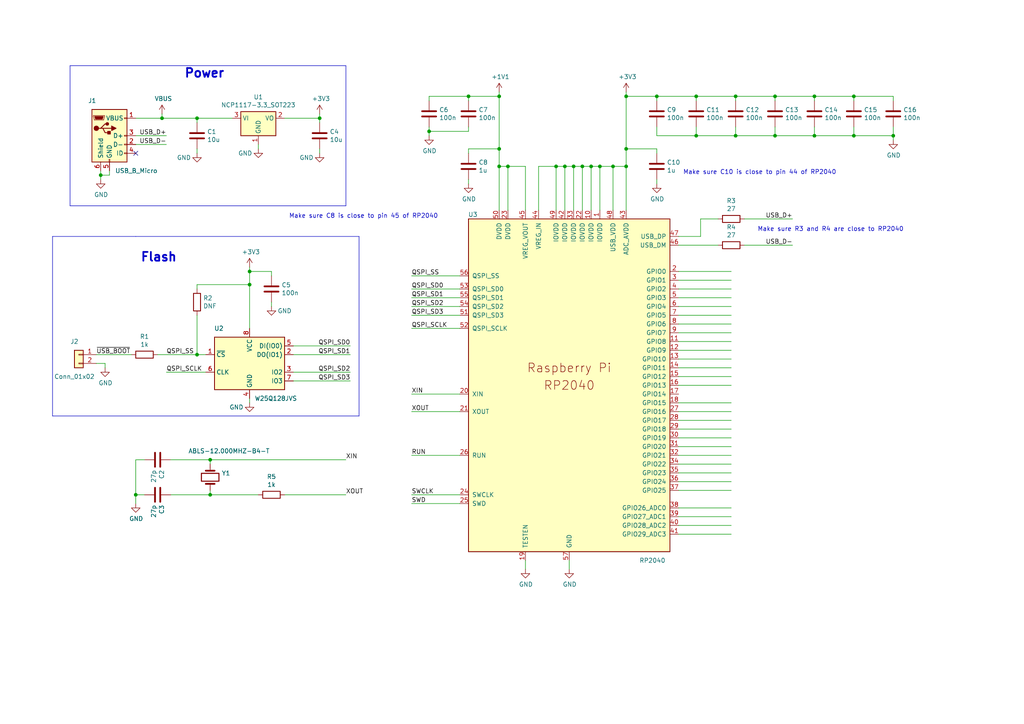
<source format=kicad_sch>
(kicad_sch (version 20230121) (generator eeschema)
  (paper "A4")
  (lib_symbols
    (symbol "Connector_Generic:Conn_01x02" (pin_names (offset 1.016) hide)
      (property "Reference" "J" (at 0 2.54 0))
      (property "Value" "Conn_01x02" (at 0 -5.08 0))
      (symbol "Conn_01x02_1_1"
        (rectangle (start -1.27 -2.413) (end 0 -2.667) (stroke (width 0.1524)))
        (rectangle (start -1.27 0.127) (end 0 -0.127) (stroke (width 0.1524)))
        (rectangle (start -1.27 1.27) (end 1.27 -3.81) (stroke (width 0.254)) (fill (type background)))
        (pin passive line (at -5.08 0 0) (length 3.81) (name "Pin_1") (number "1"))
        (pin passive line (at -5.08 -2.54 0) (length 3.81) (name "Pin_2") (number "2"))
      )
    )
    (symbol "Device:C" (pin_numbers hide) (pin_names (offset 0.254))
      (property "Reference" "C" (at 0.635 2.54 0))
      (property "Value" "C" (at 0.635 -2.54 0))
      (symbol "C_0_1"
        (polyline (pts (xy -2.032 -0.762) (xy 2.032 -0.762)) (stroke (width 0.508)))
        (polyline (pts (xy -2.032 0.762) (xy 2.032 0.762)) (stroke (width 0.508)))
      )
      (symbol "C_1_1"
        (pin passive line (at 0 3.81 270) (length 2.794) (name "~") (number "1"))
        (pin passive line (at 0 -3.81 90) (length 2.794) (name "~") (number "2"))
      )
    )
    (symbol "Device:Crystal" (pin_numbers hide) (pin_names (offset 1.016) hide)
      (property "Reference" "Y" (at 0 3.81 0))
      (property "Value" "Crystal" (at 0 -3.81 0))
      (symbol "Crystal_0_1"
        (rectangle (start -1.143 2.54) (end 1.143 -2.54) (stroke (width 0.3048)))
        (polyline (pts (xy -2.54 0) (xy -1.905 0)))
        (polyline (pts (xy -1.905 -1.27) (xy -1.905 1.27)) (stroke (width 0.508)))
        (polyline (pts (xy 1.905 -1.27) (xy 1.905 1.27)) (stroke (width 0.508)))
        (polyline (pts (xy 2.54 0) (xy 1.905 0)))
      )
      (symbol "Crystal_1_1"
        (pin passive line (at -3.81 0 0) (length 1.27) (name "1") (number "1"))
        (pin passive line (at 3.81 0 180) (length 1.27) (name "2") (number "2"))
      )
    )
    (symbol "Device:R" (pin_numbers hide) (pin_names (offset 0))
      (property "Reference" "R" (at 2.032 0 90))
      (property "Value" "R" (at 0 0 90))
      (symbol "R_0_1"
        (rectangle (start -1.016 -2.54) (end 1.016 2.54) (stroke (width 0.254)))
      )
      (symbol "R_1_1"
        (pin passive line (at 0 3.81 270) (length 1.27) (name "~") (number "1"))
        (pin passive line (at 0 -3.81 90) (length 1.27) (name "~") (number "2"))
      )
    )
    (symbol "MCU_RaspberryPi_RP2040:RP2040" (pin_names (offset 1.016))
      (property "Reference" "U" (at -29.21 49.53 0))
      (property "Value" "RP2040" (at 24.13 -49.53 0))
      (symbol "RP2040_0_0"
        (text "Raspberry Pi" (at 0 5.08 0) (effects (font (size 2.54 2.54))))
        (text "RP2040" (at 0 0 0) (effects (font (size 2.54 2.54))))
      )
      (symbol "RP2040_0_1"
        (rectangle (start 29.21 48.26) (end -29.21 -48.26) (stroke (width 0.254)) (fill (type background)))
      )
      (symbol "RP2040_1_1"
        (pin power_in line (at 8.89 50.8 270) (length 2.54) (name "IOVDD") (number "1"))
        (pin power_in line (at 6.35 50.8 270) (length 2.54) (name "IOVDD") (number "10"))
        (pin bidirectional line (at 31.75 12.7 180) (length 2.54) (name "GPIO8") (number "11"))
        (pin bidirectional line (at 31.75 10.16 180) (length 2.54) (name "GPIO9") (number "12"))
        (pin bidirectional line (at 31.75 7.62 180) (length 2.54) (name "GPIO10") (number "13"))
        (pin bidirectional line (at 31.75 5.08 180) (length 2.54) (name "GPIO11") (number "14"))
        (pin bidirectional line (at 31.75 2.54 180) (length 2.54) (name "GPIO12") (number "15"))
        (pin bidirectional line (at 31.75 0 180) (length 2.54) (name "GPIO13") (number "16"))
        (pin bidirectional line (at 31.75 -2.54 180) (length 2.54) (name "GPIO14") (number "17"))
        (pin bidirectional line (at 31.75 -5.08 180) (length 2.54) (name "GPIO15") (number "18"))
        (pin passive line (at -12.7 -50.8 90) (length 2.54) (name "TESTEN") (number "19"))
        (pin bidirectional line (at 31.75 33.02 180) (length 2.54) (name "GPIO0") (number "2"))
        (pin input line (at -31.75 -2.54 0) (length 2.54) (name "XIN") (number "20"))
        (pin passive line (at -31.75 -7.62 0) (length 2.54) (name "XOUT") (number "21"))
        (pin power_in line (at 3.81 50.8 270) (length 2.54) (name "IOVDD") (number "22"))
        (pin power_in line (at -17.78 50.8 270) (length 2.54) (name "DVDD") (number "23"))
        (pin output line (at -31.75 -31.75 0) (length 2.54) (name "SWCLK") (number "24"))
        (pin bidirectional line (at -31.75 -34.29 0) (length 2.54) (name "SWD") (number "25"))
        (pin input line (at -31.75 -20.32 0) (length 2.54) (name "RUN") (number "26"))
        (pin bidirectional line (at 31.75 -7.62 180) (length 2.54) (name "GPIO16") (number "27"))
        (pin bidirectional line (at 31.75 -10.16 180) (length 2.54) (name "GPIO17") (number "28"))
        (pin bidirectional line (at 31.75 -12.7 180) (length 2.54) (name "GPIO18") (number "29"))
        (pin bidirectional line (at 31.75 30.48 180) (length 2.54) (name "GPIO1") (number "3"))
        (pin bidirectional line (at 31.75 -15.24 180) (length 2.54) (name "GPIO19") (number "30"))
        (pin bidirectional line (at 31.75 -17.78 180) (length 2.54) (name "GPIO20") (number "31"))
        (pin bidirectional line (at 31.75 -20.32 180) (length 2.54) (name "GPIO21") (number "32"))
        (pin power_in line (at 1.27 50.8 270) (length 2.54) (name "IOVDD") (number "33"))
        (pin bidirectional line (at 31.75 -22.86 180) (length 2.54) (name "GPIO22") (number "34"))
        (pin bidirectional line (at 31.75 -25.4 180) (length 2.54) (name "GPIO23") (number "35"))
        (pin bidirectional line (at 31.75 -27.94 180) (length 2.54) (name "GPIO24") (number "36"))
        (pin bidirectional line (at 31.75 -30.48 180) (length 2.54) (name "GPIO25") (number "37"))
        (pin bidirectional line (at 31.75 -35.56 180) (length 2.54) (name "GPIO26_ADC0") (number "38"))
        (pin bidirectional line (at 31.75 -38.1 180) (length 2.54) (name "GPIO27_ADC1") (number "39"))
        (pin bidirectional line (at 31.75 27.94 180) (length 2.54) (name "GPIO2") (number "4"))
        (pin bidirectional line (at 31.75 -40.64 180) (length 2.54) (name "GPIO28_ADC2") (number "40"))
        (pin bidirectional line (at 31.75 -43.18 180) (length 2.54) (name "GPIO29_ADC3") (number "41"))
        (pin power_in line (at -1.27 50.8 270) (length 2.54) (name "IOVDD") (number "42"))
        (pin power_in line (at 16.51 50.8 270) (length 2.54) (name "ADC_AVDD") (number "43"))
        (pin power_in line (at -8.89 50.8 270) (length 2.54) (name "VREG_IN") (number "44"))
        (pin power_out line (at -12.7 50.8 270) (length 2.54) (name "VREG_VOUT") (number "45"))
        (pin bidirectional line (at 31.75 40.64 180) (length 2.54) (name "USB_DM") (number "46"))
        (pin bidirectional line (at 31.75 43.18 180) (length 2.54) (name "USB_DP") (number "47"))
        (pin power_in line (at 12.7 50.8 270) (length 2.54) (name "USB_VDD") (number "48"))
        (pin power_in line (at -3.81 50.8 270) (length 2.54) (name "IOVDD") (number "49"))
        (pin bidirectional line (at 31.75 25.4 180) (length 2.54) (name "GPIO3") (number "5"))
        (pin power_in line (at -20.32 50.8 270) (length 2.54) (name "DVDD") (number "50"))
        (pin bidirectional line (at -31.75 20.32 0) (length 2.54) (name "QSPI_SD3") (number "51"))
        (pin output line (at -31.75 16.51 0) (length 2.54) (name "QSPI_SCLK") (number "52"))
        (pin bidirectional line (at -31.75 27.94 0) (length 2.54) (name "QSPI_SD0") (number "53"))
        (pin bidirectional line (at -31.75 22.86 0) (length 2.54) (name "QSPI_SD2") (number "54"))
        (pin bidirectional line (at -31.75 25.4 0) (length 2.54) (name "QSPI_SD1") (number "55"))
        (pin bidirectional line (at -31.75 31.75 0) (length 2.54) (name "QSPI_SS") (number "56"))
        (pin power_in line (at 0 -50.8 90) (length 2.54) (name "GND") (number "57"))
        (pin bidirectional line (at 31.75 22.86 180) (length 2.54) (name "GPIO4") (number "6"))
        (pin bidirectional line (at 31.75 20.32 180) (length 2.54) (name "GPIO5") (number "7"))
        (pin bidirectional line (at 31.75 17.78 180) (length 2.54) (name "GPIO6") (number "8"))
        (pin bidirectional line (at 31.75 15.24 180) (length 2.54) (name "GPIO7") (number "9"))
      )
    )
    (symbol "RP2040_minimal-rescue:USB_B_Micro-Connector" (pin_names (offset 1.016))
      (property "Reference" "J" (at -5.08 11.43 0))
      (property "Value" "Connector_USB_B_Micro" (at -5.08 8.89 0))
      (symbol "USB_B_Micro-Connector_0_1"
        (rectangle (start -5.08 -7.62) (end 5.08 7.62) (stroke (width 0.254)) (fill (type background)))
        (circle (center -3.81 2.159) (radius 0.635) (stroke (width 0.254)) (fill (type outline)))
        (circle (center -0.635 3.429) (radius 0.381) (stroke (width 0.254)) (fill (type outline)))
        (rectangle (start -0.127 -7.62) (end 0.127 -6.858))
        (polyline (pts (xy -1.905 2.159) (xy 0.635 2.159)) (stroke (width 0.254)))
        (polyline (pts (xy -3.175 2.159) (xy -2.54 2.159) (xy -1.27 3.429) (xy -0.635 3.429)) (stroke (width 0.254)))
        (polyline (pts (xy -2.54 2.159) (xy -1.905 2.159) (xy -1.27 0.889) (xy 0 0.889)) (stroke (width 0.254)))
        (polyline (pts (xy 0.635 2.794) (xy 0.635 1.524) (xy 1.905 2.159) (xy 0.635 2.794)) (stroke (width 0.254)) (fill (type outline)))
        (polyline (pts (xy -4.318 5.588) (xy -1.778 5.588) (xy -2.032 4.826) (xy -4.064 4.826) (xy -4.318 5.588)) (fill (type outline)))
        (polyline (pts (xy -4.699 5.842) (xy -4.699 5.588) (xy -4.445 4.826) (xy -4.445 4.572) (xy -1.651 4.572) (xy -1.651 4.826) (xy -1.397 5.588) (xy -1.397 5.842) (xy -4.699 5.842)))
        (rectangle (start 0.254 1.27) (end -0.508 0.508) (stroke (width 0.254)) (fill (type outline)))
        (rectangle (start 5.08 -5.207) (end 4.318 -4.953))
        (rectangle (start 5.08 -2.667) (end 4.318 -2.413))
        (rectangle (start 5.08 -0.127) (end 4.318 0.127))
        (rectangle (start 5.08 4.953) (end 4.318 5.207))
      )
      (symbol "USB_B_Micro-Connector_1_1"
        (pin power_out line (at 7.62 5.08 180) (length 2.54) (name "VBUS") (number "1"))
        (pin passive line (at 7.62 -2.54 180) (length 2.54) (name "D-") (number "2"))
        (pin passive line (at 7.62 0 180) (length 2.54) (name "D+") (number "3"))
        (pin passive line (at 7.62 -5.08 180) (length 2.54) (name "ID") (number "4"))
        (pin power_out line (at 0 -10.16 90) (length 2.54) (name "GND") (number "5"))
        (pin passive line (at -2.54 -10.16 90) (length 2.54) (name "Shield") (number "6"))
      )
    )
    (symbol "RP2040_minimal-rescue:W25Q128JVS-Memory_Flash"
      (property "Reference" "U" (at -8.89 8.89 0))
      (property "Value" "Memory_Flash_W25Q128JVS" (at 7.62 8.89 0))
      (symbol "W25Q128JVS-Memory_Flash_0_1"
        (rectangle (start -10.16 7.62) (end 10.16 -7.62) (stroke (width 0.254)) (fill (type background)))
      )
      (symbol "W25Q128JVS-Memory_Flash_1_1"
        (pin input line (at -12.7 2.54 0) (length 2.54) (name "~{CS}") (number "1"))
        (pin bidirectional line (at 12.7 2.54 180) (length 2.54) (name "DO(IO1)") (number "2"))
        (pin bidirectional line (at 12.7 -2.54 180) (length 2.54) (name "IO2") (number "3"))
        (pin power_in line (at 0 -10.16 90) (length 2.54) (name "GND") (number "4"))
        (pin bidirectional line (at 12.7 5.08 180) (length 2.54) (name "DI(IO0)") (number "5"))
        (pin input line (at -12.7 -2.54 0) (length 2.54) (name "CLK") (number "6"))
        (pin bidirectional line (at 12.7 -5.08 180) (length 2.54) (name "IO3") (number "7"))
        (pin power_in line (at 0 10.16 270) (length 2.54) (name "VCC") (number "8"))
      )
    )
    (symbol "Regulator_Linear:NCP1117-3.3_SOT223"
      (property "Reference" "U" (at -3.81 3.175 0))
      (property "Value" "NCP1117-3.3_SOT223" (at 0 3.175 0))
      (symbol "NCP1117-3.3_SOT223_0_1"
        (rectangle (start -5.08 -5.08) (end 5.08 1.905) (stroke (width 0.254)) (fill (type background)))
      )
      (symbol "NCP1117-3.3_SOT223_1_1"
        (pin power_in line (at 0 -7.62 90) (length 2.54) (name "GND") (number "1"))
        (pin power_out line (at 7.62 0 180) (length 2.54) (name "VO") (number "2"))
        (pin power_in line (at -7.62 0 0) (length 2.54) (name "VI") (number "3"))
      )
    )
    (symbol "power:+1V1" (power) (pin_names (offset 0))
      (property "Value" "+1V1" (at 0 3.556 0))
      (symbol "+1V1_0_1"
        (polyline (pts (xy -0.762 1.27) (xy 0 2.54)))
        (polyline (pts (xy 0 0) (xy 0 2.54)))
        (polyline (pts (xy 0 2.54) (xy 0.762 1.27)))
      )
      (symbol "+1V1_1_1"
        (pin power_in line (at 0 0 90) (length 0) hide (name "+1V1") (number "1"))
      )
    )
    (symbol "power:+3V3" (power) (pin_names (offset 0))
      (property "Value" "+3V3" (at 0 3.556 0))
      (symbol "+3V3_0_1"
        (polyline (pts (xy -0.762 1.27) (xy 0 2.54)))
        (polyline (pts (xy 0 0) (xy 0 2.54)))
        (polyline (pts (xy 0 2.54) (xy 0.762 1.27)))
      )
      (symbol "+3V3_1_1"
        (pin power_in line (at 0 0 90) (length 0) hide (name "+3V3") (number "1"))
      )
    )
    (symbol "power:GND" (power) (pin_names (offset 0))
      (property "Value" "GND" (at 0 -3.81 0))
      (symbol "GND_0_1"
        (polyline (pts (xy 0 0) (xy 0 -1.27) (xy 1.27 -1.27) (xy 0 -2.54) (xy -1.27 -1.27) (xy 0 -1.27)))
      )
      (symbol "GND_1_1"
        (pin power_in line (at 0 0 270) (length 0) hide (name "GND") (number "1"))
      )
    )
    (symbol "power:VBUS" (power) (pin_names (offset 0))
      (property "Value" "VBUS" (at 0 3.81 0))
      (symbol "VBUS_0_1"
        (polyline (pts (xy -0.762 1.27) (xy 0 2.54)))
        (polyline (pts (xy 0 0) (xy 0 2.54)))
        (polyline (pts (xy 0 2.54) (xy 0.762 1.27)))
      )
      (symbol "VBUS_1_1"
        (pin power_in line (at 0 0 90) (length 0) hide (name "VBUS") (number "1"))
      )
    )
  )
  (junction (at 144.78 43.18))
  (junction (at 213.36 39.37))
  (junction (at 224.79 27.94))
  (junction (at 72.39 82.55))
  (junction (at 161.29 48.26))
  (junction (at 46.99 34.29))
  (junction (at 201.93 39.37))
  (junction (at 177.8 48.26))
  (junction (at 236.22 39.37))
  (junction (at 236.22 27.94))
  (junction (at 224.79 39.37))
  (junction (at 190.5 27.94))
  (junction (at 60.96 143.51))
  (junction (at 213.36 27.94))
  (junction (at 168.91 48.26))
  (junction (at 181.61 43.18))
  (junction (at 247.65 27.94))
  (junction (at 72.39 78.74))
  (junction (at 57.15 34.29))
  (junction (at 135.89 27.94))
  (junction (at 144.78 48.26))
  (junction (at 259.08 39.37))
  (junction (at 181.61 27.94))
  (junction (at 147.32 48.26))
  (junction (at 60.96 133.35))
  (junction (at 173.99 48.26))
  (junction (at 247.65 39.37))
  (junction (at 144.78 27.94))
  (junction (at 92.71 34.29))
  (junction (at 201.93 27.94))
  (junction (at 171.45 48.26))
  (junction (at 57.15 102.87))
  (junction (at 39.37 143.51))
  (junction (at 166.37 48.26))
  (junction (at 163.83 48.26))
  (junction (at 181.61 48.26))
  (junction (at 29.21 50.8))
  (junction (at 124.46 38.1))
  (no_connect (at 39.37 44.45))
  (wire (pts (xy 163.83 48.26) (xy 166.37 48.26)))
  (wire (pts (xy 49.53 133.35) (xy 60.96 133.35)))
  (wire (pts (xy 152.4 162.56) (xy 152.4 165.1)))
  (wire (pts (xy 213.36 39.37) (xy 201.93 39.37)))
  (wire (pts (xy 196.85 88.9) (xy 212.09 88.9)))
  (wire (pts (xy 196.85 124.46) (xy 212.09 124.46)))
  (wire (pts (xy 196.85 111.76) (xy 212.09 111.76)))
  (wire (pts (xy 124.46 38.1) (xy 124.46 39.37)))
  (wire (pts (xy 119.38 88.9) (xy 133.35 88.9)))
  (wire (pts (xy 213.36 29.21) (xy 213.36 27.94)))
  (wire (pts (xy 236.22 27.94) (xy 247.65 27.94)))
  (wire (pts (xy 196.85 119.38) (xy 212.09 119.38)))
  (wire (pts (xy 60.96 133.35) (xy 100.33 133.35)))
  (wire (pts (xy 196.85 147.32) (xy 212.09 147.32)))
  (wire (pts (xy 124.46 27.94) (xy 135.89 27.94)))
  (wire (pts (xy 135.89 44.45) (xy 135.89 43.18)))
  (wire (pts (xy 259.08 39.37) (xy 259.08 40.64)))
  (wire (pts (xy 181.61 27.94) (xy 190.5 27.94)))
  (wire (pts (xy 49.53 143.51) (xy 60.96 143.51)))
  (wire (pts (xy 196.85 78.74) (xy 212.09 78.74)))
  (wire (pts (xy 181.61 26.67) (xy 181.61 27.94)))
  (wire (pts (xy 247.65 29.21) (xy 247.65 27.94)))
  (wire (pts (xy 85.09 100.33) (xy 101.6 100.33)))
  (wire (pts (xy 196.85 104.14) (xy 212.09 104.14)))
  (wire (pts (xy 247.65 39.37) (xy 259.08 39.37)))
  (wire (pts (xy 147.32 60.96) (xy 147.32 48.26)))
  (polyline (pts (xy 15.24 68.58) (xy 39.37 68.58)))
  (wire (pts (xy 147.32 48.26) (xy 144.78 48.26)))
  (wire (pts (xy 196.85 127) (xy 212.09 127)))
  (wire (pts (xy 85.09 102.87) (xy 101.6 102.87)))
  (wire (pts (xy 144.78 43.18) (xy 144.78 48.26)))
  (wire (pts (xy 171.45 48.26) (xy 173.99 48.26)))
  (wire (pts (xy 31.75 50.8) (xy 29.21 50.8)))
  (wire (pts (xy 224.79 36.83) (xy 224.79 39.37)))
  (wire (pts (xy 144.78 26.67) (xy 144.78 27.94)))
  (wire (pts (xy 196.85 106.68) (xy 212.09 106.68)))
  (wire (pts (xy 196.85 83.82) (xy 212.09 83.82)))
  (wire (pts (xy 135.89 52.07) (xy 135.89 53.34)))
  (wire (pts (xy 74.93 41.91) (xy 74.93 43.18)))
  (wire (pts (xy 196.85 129.54) (xy 212.09 129.54)))
  (wire (pts (xy 201.93 36.83) (xy 201.93 39.37)))
  (wire (pts (xy 173.99 48.26) (xy 173.99 60.96)))
  (wire (pts (xy 92.71 35.56) (xy 92.71 34.29)))
  (polyline (pts (xy 100.33 19.05) (xy 100.33 59.69)))
  (wire (pts (xy 119.38 83.82) (xy 133.35 83.82)))
  (wire (pts (xy 152.4 60.96) (xy 152.4 48.26)))
  (wire (pts (xy 29.21 49.53) (xy 29.21 50.8)))
  (wire (pts (xy 190.5 44.45) (xy 190.5 43.18)))
  (wire (pts (xy 156.21 60.96) (xy 156.21 48.26)))
  (wire (pts (xy 57.15 83.82) (xy 57.15 82.55)))
  (wire (pts (xy 196.85 149.86) (xy 212.09 149.86)))
  (wire (pts (xy 57.15 82.55) (xy 72.39 82.55)))
  (wire (pts (xy 133.35 80.01) (xy 119.38 80.01)))
  (wire (pts (xy 177.8 48.26) (xy 181.61 48.26)))
  (wire (pts (xy 181.61 27.94) (xy 181.61 43.18)))
  (wire (pts (xy 39.37 39.37) (xy 48.26 39.37)))
  (wire (pts (xy 133.35 132.08) (xy 119.38 132.08)))
  (wire (pts (xy 82.55 143.51) (xy 100.33 143.51)))
  (wire (pts (xy 60.96 134.62) (xy 60.96 133.35)))
  (wire (pts (xy 57.15 102.87) (xy 59.69 102.87)))
  (wire (pts (xy 224.79 39.37) (xy 213.36 39.37)))
  (wire (pts (xy 41.91 133.35) (xy 39.37 133.35)))
  (wire (pts (xy 181.61 48.26) (xy 181.61 60.96)))
  (wire (pts (xy 190.5 36.83) (xy 190.5 39.37)))
  (wire (pts (xy 72.39 82.55) (xy 72.39 95.25)))
  (wire (pts (xy 196.85 134.62) (xy 212.09 134.62)))
  (wire (pts (xy 181.61 43.18) (xy 181.61 48.26)))
  (wire (pts (xy 190.5 27.94) (xy 201.93 27.94)))
  (wire (pts (xy 177.8 60.96) (xy 177.8 48.26)))
  (wire (pts (xy 82.55 34.29) (xy 92.71 34.29)))
  (wire (pts (xy 133.35 143.51) (xy 119.38 143.51)))
  (wire (pts (xy 224.79 29.21) (xy 224.79 27.94)))
  (wire (pts (xy 247.65 39.37) (xy 236.22 39.37)))
  (wire (pts (xy 30.48 105.41) (xy 27.94 105.41)))
  (wire (pts (xy 119.38 119.38) (xy 133.35 119.38)))
  (wire (pts (xy 196.85 99.06) (xy 212.09 99.06)))
  (wire (pts (xy 85.09 110.49) (xy 101.6 110.49)))
  (polyline (pts (xy 20.32 19.05) (xy 20.32 59.69)))
  (wire (pts (xy 38.1 102.87) (xy 27.94 102.87)))
  (wire (pts (xy 247.65 27.94) (xy 259.08 27.94)))
  (wire (pts (xy 152.4 48.26) (xy 147.32 48.26)))
  (wire (pts (xy 224.79 27.94) (xy 236.22 27.94)))
  (wire (pts (xy 196.85 132.08) (xy 212.09 132.08)))
  (wire (pts (xy 60.96 143.51) (xy 74.93 143.51)))
  (polyline (pts (xy 39.37 68.58) (xy 104.14 68.58)))
  (wire (pts (xy 168.91 48.26) (xy 171.45 48.26)))
  (wire (pts (xy 171.45 60.96) (xy 171.45 48.26)))
  (wire (pts (xy 135.89 27.94) (xy 144.78 27.94)))
  (wire (pts (xy 215.9 71.12) (xy 229.87 71.12)))
  (wire (pts (xy 201.93 29.21) (xy 201.93 27.94)))
  (wire (pts (xy 72.39 115.57) (xy 72.39 116.84)))
  (wire (pts (xy 29.21 50.8) (xy 29.21 52.07)))
  (wire (pts (xy 124.46 29.21) (xy 124.46 27.94)))
  (wire (pts (xy 259.08 29.21) (xy 259.08 27.94)))
  (wire (pts (xy 124.46 38.1) (xy 135.89 38.1)))
  (wire (pts (xy 236.22 39.37) (xy 224.79 39.37)))
  (wire (pts (xy 215.9 63.5) (xy 229.87 63.5)))
  (wire (pts (xy 78.74 87.63) (xy 78.74 88.9)))
  (wire (pts (xy 41.91 143.51) (xy 39.37 143.51)))
  (wire (pts (xy 48.26 107.95) (xy 59.69 107.95)))
  (wire (pts (xy 135.89 38.1) (xy 135.89 36.83)))
  (wire (pts (xy 196.85 93.98) (xy 212.09 93.98)))
  (wire (pts (xy 163.83 60.96) (xy 163.83 48.26)))
  (wire (pts (xy 203.2 63.5) (xy 208.28 63.5)))
  (wire (pts (xy 166.37 60.96) (xy 166.37 48.26)))
  (wire (pts (xy 119.38 91.44) (xy 133.35 91.44)))
  (wire (pts (xy 196.85 154.94) (xy 212.09 154.94)))
  (polyline (pts (xy 100.33 59.69) (xy 20.32 59.69)))
  (wire (pts (xy 168.91 60.96) (xy 168.91 48.26)))
  (wire (pts (xy 119.38 86.36) (xy 133.35 86.36)))
  (wire (pts (xy 213.36 36.83) (xy 213.36 39.37)))
  (wire (pts (xy 190.5 52.07) (xy 190.5 53.34)))
  (wire (pts (xy 201.93 39.37) (xy 190.5 39.37)))
  (wire (pts (xy 161.29 60.96) (xy 161.29 48.26)))
  (wire (pts (xy 196.85 91.44) (xy 212.09 91.44)))
  (wire (pts (xy 46.99 34.29) (xy 57.15 34.29)))
  (wire (pts (xy 124.46 36.83) (xy 124.46 38.1)))
  (wire (pts (xy 135.89 29.21) (xy 135.89 27.94)))
  (wire (pts (xy 196.85 68.58) (xy 203.2 68.58)))
  (wire (pts (xy 247.65 36.83) (xy 247.65 39.37)))
  (wire (pts (xy 39.37 41.91) (xy 48.26 41.91)))
  (wire (pts (xy 135.89 43.18) (xy 144.78 43.18)))
  (wire (pts (xy 161.29 48.26) (xy 163.83 48.26)))
  (polyline (pts (xy 104.14 68.58) (xy 104.14 120.65)))
  (wire (pts (xy 46.99 33.02) (xy 46.99 34.29)))
  (wire (pts (xy 165.1 162.56) (xy 165.1 165.1)))
  (wire (pts (xy 196.85 86.36) (xy 212.09 86.36)))
  (wire (pts (xy 196.85 81.28) (xy 212.09 81.28)))
  (wire (pts (xy 78.74 80.01) (xy 78.74 78.74)))
  (wire (pts (xy 92.71 34.29) (xy 92.71 33.02)))
  (wire (pts (xy 57.15 35.56) (xy 57.15 34.29)))
  (polyline (pts (xy 104.14 120.65) (xy 15.24 120.65)))
  (wire (pts (xy 236.22 36.83) (xy 236.22 39.37)))
  (wire (pts (xy 173.99 48.26) (xy 177.8 48.26)))
  (wire (pts (xy 156.21 48.26) (xy 161.29 48.26)))
  (wire (pts (xy 39.37 143.51) (xy 39.37 146.05)))
  (wire (pts (xy 67.31 34.29) (xy 57.15 34.29)))
  (wire (pts (xy 196.85 139.7) (xy 212.09 139.7)))
  (wire (pts (xy 39.37 34.29) (xy 46.99 34.29)))
  (wire (pts (xy 181.61 43.18) (xy 190.5 43.18)))
  (wire (pts (xy 196.85 152.4) (xy 212.09 152.4)))
  (wire (pts (xy 57.15 91.44) (xy 57.15 102.87)))
  (wire (pts (xy 190.5 29.21) (xy 190.5 27.94)))
  (wire (pts (xy 57.15 43.18) (xy 57.15 44.45)))
  (wire (pts (xy 236.22 29.21) (xy 236.22 27.94)))
  (wire (pts (xy 166.37 48.26) (xy 168.91 48.26)))
  (wire (pts (xy 60.96 142.24) (xy 60.96 143.51)))
  (wire (pts (xy 72.39 77.47) (xy 72.39 78.74)))
  (wire (pts (xy 39.37 133.35) (xy 39.37 143.51)))
  (wire (pts (xy 196.85 101.6) (xy 212.09 101.6)))
  (wire (pts (xy 92.71 43.18) (xy 92.71 44.45)))
  (wire (pts (xy 144.78 48.26) (xy 144.78 60.96)))
  (wire (pts (xy 30.48 105.41) (xy 30.48 106.68)))
  (wire (pts (xy 45.72 102.87) (xy 57.15 102.87)))
  (wire (pts (xy 144.78 27.94) (xy 144.78 43.18)))
  (wire (pts (xy 72.39 78.74) (xy 72.39 82.55)))
  (wire (pts (xy 31.75 49.53) (xy 31.75 50.8)))
  (wire (pts (xy 196.85 142.24) (xy 212.09 142.24)))
  (wire (pts (xy 196.85 71.12) (xy 208.28 71.12)))
  (polyline (pts (xy 20.32 19.05) (xy 100.33 19.05)))
  (wire (pts (xy 119.38 114.3) (xy 133.35 114.3)))
  (wire (pts (xy 196.85 116.84) (xy 212.09 116.84)))
  (wire (pts (xy 196.85 109.22) (xy 212.09 109.22)))
  (wire (pts (xy 196.85 121.92) (xy 212.09 121.92)))
  (wire (pts (xy 196.85 137.16) (xy 212.09 137.16)))
  (wire (pts (xy 133.35 95.25) (xy 119.38 95.25)))
  (wire (pts (xy 196.85 96.52) (xy 212.09 96.52)))
  (wire (pts (xy 203.2 63.5) (xy 203.2 68.58)))
  (wire (pts (xy 133.35 146.05) (xy 119.38 146.05)))
  (wire (pts (xy 259.08 36.83) (xy 259.08 39.37)))
  (polyline (pts (xy 15.24 120.65) (xy 15.24 68.58)))
  (wire (pts (xy 85.09 107.95) (xy 101.6 107.95)))
  (wire (pts (xy 201.93 27.94) (xy 213.36 27.94)))
  (wire (pts (xy 213.36 27.94) (xy 224.79 27.94)))
  (wire (pts (xy 78.74 78.74) (xy 72.39 78.74)))
  (text "Make sure C10 is close to pin 44 of RP2040" (at 198.12 50.8 0) (effects (font (size 1.27 1.27)) (justify left bottom)))
  (text "Flash" (at 40.64 76.2 0) (effects (font (size 2.54 2.54) (thickness 0.508) bold) (justify left bottom)))
  (text "Make sure C8 is close to pin 45 of RP2040" (at 83.82 63.5 0) (effects (font (size 1.27 1.27)) (justify left bottom)))
  (text "Make sure R3 and R4 are close to RP2040" (at 219.71 67.31 0) (effects (font (size 1.27 1.27)) (justify left bottom)))
  (text "Power" (at 53.34 22.86 0) (effects (font (size 2.54 2.54) (thickness 0.508) bold) (justify left bottom)))
  (label "XOUT" (at 100.33 143.51 0))
  (label "USB_D+" (at 229.87 63.5 180))
  (label "USB_D-" (at 229.87 71.12 180))
  (label "QSPI_SD3" (at 119.38 91.44 0))
  (label "XOUT" (at 119.38 119.38 0))
  (label "QSPI_SD2" (at 101.6 107.95 180))
  (label "QSPI_SD0" (at 101.6 100.33 180))
  (label "QSPI_SD1" (at 101.6 102.87 180))
  (label "USB_D+" (at 48.26 39.37 180))
  (label "QSPI_SD0" (at 119.38 83.82 0))
  (label "SWCLK" (at 119.38 143.51 0))
  (label "QSPI_SD3" (at 101.6 110.49 180))
  (label "QSPI_SS" (at 119.38 80.01 0))
  (label "SWD" (at 119.38 146.05 0))
  (label "QSPI_SCLK" (at 119.38 95.25 0))
  (label "QSPI_SD2" (at 119.38 88.9 0))
  (label "USB_D-" (at 48.26 41.91 180))
  (label "RUN" (at 119.38 132.08 0))
  (label "QSPI_SS" (at 48.26 102.87 0))
  (label "QSPI_SD1" (at 119.38 86.36 0))
  (label "QSPI_SCLK" (at 48.26 107.95 0))
  (label "~{USB_BOOT}" (at 27.94 102.87 0))
  (label "XIN" (at 119.38 114.3 0))
  (label "XIN" (at 100.33 133.35 0))
  (symbol (lib_id "power:GND") (at 72.39 116.84 0) (unit 1)
    (property "Reference" "#PWR08" (effects hide))
    (property "Value" "GND" (at 68.58 118.11 0))
    (instances (project "RP2040_minimal" (path "" (reference "#PWR08") (unit 1))) (project "electrium-esc-v2" (path "" (reference "#PWR023") (unit 1))))
  )
  (symbol (lib_id "Device:R") (at 57.15 87.63 0) (unit 1)
    (property "Reference" "R2" (at 58.928 86.4616 0) (effects (justify left)))
    (property "Value" "DNF" (at 58.928 88.773 0) (effects (justify left)))
    (property "Footprint" "Capacitor_SMD:C_0402_1005Metric" (effects hide))
    (instances (project "RP2040_minimal" (path "" (reference "R2") (unit 1))) (project "electrium-esc-v2" (path "" (reference "R6") (unit 1))))
  )
  (symbol (lib_id "power:GND") (at 124.46 39.37 0) (unit 1)
    (property "Reference" "#PWR012" (effects hide))
    (property "Value" "GND" (at 124.587 43.7642 0))
    (instances (project "RP2040_minimal" (path "" (reference "#PWR012") (unit 1))) (project "electrium-esc-v2" (path "" (reference "#PWR013") (unit 1))))
  )
  (symbol (lib_id "power:GND") (at 78.74 88.9 0) (unit 1)
    (property "Reference" "#PWR011" (effects hide))
    (property "Value" "GND" (at 82.55 90.17 0))
    (instances (project "RP2040_minimal" (path "" (reference "#PWR011") (unit 1))) (project "electrium-esc-v2" (path "" (reference "#PWR024") (unit 1))))
  )
  (symbol (lib_id "Device:R") (at 212.09 63.5 270) (unit 1)
    (property "Reference" "R3" (at 212.09 58.2422 90))
    (property "Value" "27" (at 212.09 60.5536 90))
    (property "Footprint" "Capacitor_SMD:C_0402_1005Metric" (effects hide))
  )
  (symbol (lib_id "Device:C") (at 224.79 33.02 0) (unit 1)
    (property "Reference" "C13" (at 227.711 31.8516 0) (effects (justify left)))
    (property "Value" "100n" (at 227.711 34.163 0) (effects (justify left)))
    (property "Footprint" "Capacitor_SMD:C_0402_1005Metric" (effects hide))
    (instances (project "RP2040_minimal" (path "" (reference "C13") (unit 1))) (project "electrium-esc-v2" (path "" (reference "C11") (unit 1))))
  )
  (symbol (lib_id "Device:C") (at 45.72 133.35 270) (unit 1)
    (property "Reference" "C2" (at 46.8884 136.271 0) (effects (justify left)))
    (property "Value" "27p" (at 44.577 136.271 0) (effects (justify left)))
    (property "Footprint" "Capacitor_SMD:C_0402_1005Metric" (effects hide))
    (instances (project "RP2040_minimal" (path "" (reference "C2") (unit 1))) (project "electrium-esc-v2" (path "" (reference "C16") (unit 1))))
  )
  (symbol (lib_id "power:GND") (at 152.4 165.1 0) (unit 1)
    (property "Reference" "#PWR015" (effects hide))
    (property "Value" "GND" (at 152.527 169.4942 0))
    (instances (project "RP2040_minimal" (path "" (reference "#PWR015") (unit 1))) (project "electrium-esc-v2" (path "" (reference "#PWR016") (unit 1))))
  )
  (symbol (lib_id "power:+3V3") (at 181.61 26.67 0) (unit 1)
    (property "Reference" "#PWR017" (effects hide))
    (property "Value" "+3V3" (at 181.991 22.2758 0))
    (instances (project "RP2040_minimal" (path "" (reference "#PWR017") (unit 1))) (project "electrium-esc-v2" (path "" (reference "#PWR018") (unit 1))))
  )
  (symbol (lib_id "power:GND") (at 57.15 44.45 0) (unit 1)
    (property "Reference" "#PWR04" (effects hide))
    (property "Value" "GND" (at 53.34 45.72 0))
    (instances (project "RP2040_minimal" (path "" (reference "#PWR04") (unit 1))) (project "electrium-esc-v2" (path "" (reference "#PWR09") (unit 1))))
  )
  (symbol (lib_id "power:VBUS") (at 46.99 33.02 0) (unit 1)
    (property "Reference" "#PWR03" (effects hide))
    (property "Value" "VBUS" (at 47.371 28.6258 0))
    (instances (project "RP2040_minimal" (path "" (reference "#PWR03") (unit 1))) (project "electrium-esc-v2" (path "" (reference "#PWR08") (unit 1))))
  )
  (symbol (lib_id "Device:C") (at 236.22 33.02 0) (unit 1)
    (property "Reference" "C14" (at 239.141 31.8516 0) (effects (justify left)))
    (property "Value" "100n" (at 239.141 34.163 0) (effects (justify left)))
    (property "Footprint" "Capacitor_SMD:C_0402_1005Metric" (effects hide))
    (instances (project "RP2040_minimal" (path "" (reference "C14") (unit 1))) (project "electrium-esc-v2" (path "" (reference "C12") (unit 1))))
  )
  (symbol (lib_id "Device:Crystal") (at 60.96 138.43 270) (unit 1)
    (property "Reference" "Y1" (at 64.2874 137.2616 90) (effects (justify left)))
    (property "Value" "ABLS-12.000MHZ-B4-T" (at 54.61 130.81 90) (effects (justify left)))
    (property "Footprint" "RP2040_minimal:Crystal_SMD_HC49-US" (effects hide))
  )
  (symbol (lib_id "Regulator_Linear:NCP1117-3.3_SOT223") (at 74.93 34.29 0) (unit 1)
    (property "Reference" "U1" (at 74.93 28.1432 0))
    (property "Value" "NCP1117-3.3_SOT223" (at 74.93 30.4546 0))
    (property "Footprint" "Package_TO_SOT_SMD:SOT-223-3_TabPin2" (effects hide))
    (property "Datasheet" "http://www.onsemi.com/pub_link/Collateral/NCP1117-D.PDF" (effects hide))
    (instances (project "RP2040_minimal" (path "" (reference "U1") (unit 1))) (project "electrium-esc-v2" (path "" (reference "U2") (unit 1))))
  )
  (symbol (lib_id "power:GND") (at 135.89 53.34 0) (unit 1)
    (property "Reference" "#PWR013" (effects hide))
    (property "Value" "GND" (at 136.017 57.7342 0))
    (instances (project "RP2040_minimal" (path "" (reference "#PWR013") (unit 1))) (project "electrium-esc-v2" (path "" (reference "#PWR014") (unit 1))))
  )
  (symbol (lib_id "Device:C") (at 45.72 143.51 270) (unit 1)
    (property "Reference" "C3" (at 46.8884 146.431 0) (effects (justify left)))
    (property "Value" "27p" (at 44.577 146.431 0) (effects (justify left)))
    (property "Footprint" "Capacitor_SMD:C_0402_1005Metric" (effects hide))
    (instances (project "RP2040_minimal" (path "" (reference "C3") (unit 1))) (project "electrium-esc-v2" (path "" (reference "C17") (unit 1))))
  )
  (symbol (lib_id "Device:C") (at 135.89 33.02 0) (unit 1)
    (property "Reference" "C7" (at 138.811 31.8516 0) (effects (justify left)))
    (property "Value" "100n" (at 138.811 34.163 0) (effects (justify left)))
    (property "Footprint" "Capacitor_SMD:C_0402_1005Metric" (effects hide))
    (instances (project "RP2040_minimal" (path "" (reference "C7") (unit 1))) (project "electrium-esc-v2" (path "" (reference "C5") (unit 1))))
  )
  (symbol (lib_id "power:+3V3") (at 92.71 33.02 0) (unit 1)
    (property "Reference" "#PWR09" (effects hide))
    (property "Value" "+3V3" (at 93.091 28.6258 0))
    (instances (project "RP2040_minimal" (path "" (reference "#PWR09") (unit 1))) (project "electrium-esc-v2" (path "" (reference "#PWR011") (unit 1))))
  )
  (symbol (lib_id "power:GND") (at 165.1 165.1 0) (unit 1)
    (property "Reference" "#PWR016" (effects hide))
    (property "Value" "GND" (at 165.227 169.4942 0))
    (instances (project "RP2040_minimal" (path "" (reference "#PWR016") (unit 1))) (project "electrium-esc-v2" (path "" (reference "#PWR017") (unit 1))))
  )
  (symbol (lib_id "Device:C") (at 259.08 33.02 0) (unit 1)
    (property "Reference" "C16" (at 262.001 31.8516 0) (effects (justify left)))
    (property "Value" "100n" (at 262.001 34.163 0) (effects (justify left)))
    (property "Footprint" "Capacitor_SMD:C_0402_1005Metric" (effects hide))
    (instances (project "RP2040_minimal" (path "" (reference "C16") (unit 1))) (project "electrium-esc-v2" (path "" (reference "C14") (unit 1))))
  )
  (symbol (lib_id "Device:C") (at 213.36 33.02 0) (unit 1)
    (property "Reference" "C12" (at 216.281 31.8516 0) (effects (justify left)))
    (property "Value" "100n" (at 216.281 34.163 0) (effects (justify left)))
    (property "Footprint" "Capacitor_SMD:C_0402_1005Metric" (effects hide))
    (instances (project "RP2040_minimal" (path "" (reference "C12") (unit 1))) (project "electrium-esc-v2" (path "" (reference "C10") (unit 1))))
  )
  (symbol (lib_id "Device:R") (at 41.91 102.87 270) (unit 1)
    (property "Reference" "R1" (at 41.91 97.6122 90))
    (property "Value" "1k" (at 41.91 99.9236 90))
    (property "Footprint" "Capacitor_SMD:C_0402_1005Metric" (effects hide))
    (instances (project "RP2040_minimal" (path "" (reference "R1") (unit 1))) (project "electrium-esc-v2" (path "" (reference "R5") (unit 1))))
  )
  (symbol (lib_id "RP2040_minimal-rescue:USB_B_Micro-Connector") (at 31.75 39.37 0) (unit 1)
    (property "Reference" "J1" (at 27.94 29.21 0) (effects (justify right)))
    (property "Value" "USB_B_Micro" (at 45.72 49.53 0) (effects (justify right)))
    (property "Footprint" "RP2040_minimal:USB_Micro-B_Amphenol_10103594-0001LF_Horizontal_modified" (effects hide))
    (instances (project "RP2040_minimal" (path "" (reference "J1") (unit 1))) (project "electrium-esc-v2" (path "" (reference "J2") (unit 1))))
  )
  (symbol (lib_id "MCU_RaspberryPi_RP2040:RP2040") (at 165.1 111.76 0) (unit 1)
    (property "Reference" "U3" (at 137.16 62.23 0))
    (property "Value" "RP2040" (at 189.23 162.56 0))
    (property "Footprint" "RP2040_minimal:RP2040-QFN-56" (effects hide))
  )
  (symbol (lib_id "Device:R") (at 212.09 71.12 270) (unit 1)
    (property "Reference" "R4" (at 212.09 65.8622 90))
    (property "Value" "27" (at 212.09 68.1736 90))
    (property "Footprint" "Capacitor_SMD:C_0402_1005Metric" (effects hide))
  )
  (symbol (lib_id "power:+3V3") (at 72.39 77.47 0) (unit 1)
    (property "Reference" "#PWR07" (effects hide))
    (property "Value" "+3V3" (at 72.771 73.0758 0))
    (instances (project "RP2040_minimal" (path "" (reference "#PWR07") (unit 1))) (project "electrium-esc-v2" (path "" (reference "#PWR022") (unit 1))))
  )
  (symbol (lib_id "RP2040_minimal-rescue:W25Q128JVS-Memory_Flash") (at 72.39 105.41 0) (unit 1)
    (property "Reference" "U2" (at 63.5 95.25 0))
    (property "Value" "W25Q128JVS" (at 80.01 115.57 0))
    (property "Footprint" "Package_SO:SOIC-8_5.23x5.23mm_P1.27mm" (effects hide))
    (property "Datasheet" "http://www.winbond.com/resource-files/w25q128jv_dtr%20revc%2003272018%20plus.pdf" (effects hide))
    (instances (project "RP2040_minimal" (path "" (reference "U2") (unit 1))) (project "electrium-esc-v2" (path "" (reference "U4") (unit 1))))
  )
  (symbol (lib_id "power:GND") (at 259.08 40.64 0) (unit 1)
    (property "Reference" "#PWR023" (effects hide))
    (property "Value" "GND" (at 259.207 45.0342 0))
    (instances (project "RP2040_minimal" (path "" (reference "#PWR023") (unit 1))) (project "electrium-esc-v2" (path "" (reference "#PWR020") (unit 1))))
  )
  (symbol (lib_id "power:GND") (at 74.93 43.18 0) (unit 1)
    (property "Reference" "#PWR05" (effects hide))
    (property "Value" "GND" (at 71.12 44.45 0))
    (instances (project "RP2040_minimal" (path "" (reference "#PWR05") (unit 1))) (project "electrium-esc-v2" (path "" (reference "#PWR010") (unit 1))))
  )
  (symbol (lib_id "Device:C") (at 247.65 33.02 0) (unit 1)
    (property "Reference" "C15" (at 250.571 31.8516 0) (effects (justify left)))
    (property "Value" "100n" (at 250.571 34.163 0) (effects (justify left)))
    (property "Footprint" "Capacitor_SMD:C_0402_1005Metric" (effects hide))
    (instances (project "RP2040_minimal" (path "" (reference "C15") (unit 1))) (project "electrium-esc-v2" (path "" (reference "C13") (unit 1))))
  )
  (symbol (lib_id "Device:C") (at 92.71 39.37 0) (unit 1)
    (property "Reference" "C4" (at 95.631 38.2016 0) (effects (justify left)))
    (property "Value" "10u" (at 95.631 40.513 0) (effects (justify left)))
    (property "Footprint" "Capacitor_SMD:C_0805_2012Metric" (effects hide))
    (instances (project "RP2040_minimal" (path "" (reference "C4") (unit 1))) (project "electrium-esc-v2" (path "" (reference "C3") (unit 1))))
  )
  (symbol (lib_id "Device:C") (at 78.74 83.82 0) (unit 1)
    (property "Reference" "C5" (at 81.661 82.6516 0) (effects (justify left)))
    (property "Value" "100n" (at 81.661 84.963 0) (effects (justify left)))
    (property "Footprint" "Capacitor_SMD:C_0402_1005Metric" (effects hide))
    (instances (project "RP2040_minimal" (path "" (reference "C5") (unit 1))) (project "electrium-esc-v2" (path "" (reference "C15") (unit 1))))
  )
  (symbol (lib_id "Device:C") (at 57.15 39.37 0) (unit 1)
    (property "Reference" "C1" (at 60.071 38.2016 0) (effects (justify left)))
    (property "Value" "10u" (at 60.071 40.513 0) (effects (justify left)))
    (property "Footprint" "Capacitor_SMD:C_0805_2012Metric" (effects hide))
    (instances (project "RP2040_minimal" (path "" (reference "C1") (unit 1))) (project "electrium-esc-v2" (path "" (reference "C2") (unit 1))))
  )
  (symbol (lib_id "Device:C") (at 190.5 33.02 0) (unit 1)
    (property "Reference" "C9" (at 193.421 31.8516 0) (effects (justify left)))
    (property "Value" "100n" (at 193.421 34.163 0) (effects (justify left)))
    (property "Footprint" "Capacitor_SMD:C_0402_1005Metric" (effects hide))
    (instances (project "RP2040_minimal" (path "" (reference "C9") (unit 1))) (project "electrium-esc-v2" (path "" (reference "C7") (unit 1))))
  )
  (symbol (lib_id "power:GND") (at 92.71 44.45 0) (unit 1)
    (property "Reference" "#PWR010" (effects hide))
    (property "Value" "GND" (at 88.9 45.72 0))
    (instances (project "RP2040_minimal" (path "" (reference "#PWR010") (unit 1))) (project "electrium-esc-v2" (path "" (reference "#PWR012") (unit 1))))
  )
  (symbol (lib_id "power:+1V1") (at 144.78 26.67 0) (unit 1)
    (property "Reference" "#PWR014" (effects hide))
    (property "Value" "+1V1" (at 145.161 22.2758 0))
    (instances (project "RP2040_minimal" (path "" (reference "#PWR014") (unit 1))) (project "electrium-esc-v2" (path "" (reference "#PWR015") (unit 1))))
  )
  (symbol (lib_id "Device:C") (at 124.46 33.02 0) (unit 1)
    (property "Reference" "C6" (at 127.381 31.8516 0) (effects (justify left)))
    (property "Value" "100n" (at 127.381 34.163 0) (effects (justify left)))
    (property "Footprint" "Capacitor_SMD:C_0402_1005Metric" (effects hide))
    (instances (project "RP2040_minimal" (path "" (reference "C6") (unit 1))) (project "electrium-esc-v2" (path "" (reference "C4") (unit 1))))
  )
  (symbol (lib_id "Device:C") (at 201.93 33.02 0) (unit 1)
    (property "Reference" "C11" (at 204.851 31.8516 0) (effects (justify left)))
    (property "Value" "100n" (at 204.851 34.163 0) (effects (justify left)))
    (property "Footprint" "Capacitor_SMD:C_0402_1005Metric" (effects hide))
    (instances (project "RP2040_minimal" (path "" (reference "C11") (unit 1))) (project "electrium-esc-v2" (path "" (reference "C9") (unit 1))))
  )
  (symbol (lib_id "power:GND") (at 39.37 146.05 0) (unit 1)
    (property "Reference" "#PWR06" (effects hide))
    (property "Value" "GND" (at 39.497 150.4442 0))
    (instances (project "RP2040_minimal" (path "" (reference "#PWR06") (unit 1))) (project "electrium-esc-v2" (path "" (reference "#PWR025") (unit 1))))
  )
  (symbol (lib_id "power:GND") (at 190.5 53.34 0) (unit 1)
    (property "Reference" "#PWR018" (effects hide))
    (property "Value" "GND" (at 190.627 57.7342 0))
    (instances (project "RP2040_minimal" (path "" (reference "#PWR018") (unit 1))) (project "electrium-esc-v2" (path "" (reference "#PWR019") (unit 1))))
  )
  (symbol (lib_id "power:GND") (at 30.48 106.68 0) (unit 1)
    (property "Reference" "#PWR02" (effects hide))
    (property "Value" "GND" (at 30.607 111.0742 0))
    (instances (project "RP2040_minimal" (path "" (reference "#PWR02") (unit 1))) (project "electrium-esc-v2" (path "" (reference "#PWR021") (unit 1))))
  )
  (symbol (lib_id "Connector_Generic:Conn_01x02") (at 22.86 102.87 0) (mirror y) (unit 1)
    (property "Reference" "J2" (at 21.59 99.06 0))
    (property "Value" "Conn_01x02" (at 21.59 109.22 0))
    (property "Footprint" "Connector_PinHeader_2.54mm:PinHeader_1x02_P2.54mm_Vertical" (effects hide))
    (instances (project "RP2040_minimal" (path "" (reference "J2") (unit 1))) (project "electrium-esc-v2" (path "" (reference "J3") (unit 1))))
  )
  (symbol (lib_id "power:GND") (at 29.21 52.07 0) (unit 1)
    (property "Reference" "#PWR01" (effects hide))
    (property "Value" "GND" (at 29.337 56.4642 0))
    (instances (project "RP2040_minimal" (path "" (reference "#PWR01") (unit 1))) (project "electrium-esc-v2" (path "" (reference "#PWR07") (unit 1))))
  )
  (symbol (lib_id "Device:R") (at 78.74 143.51 270) (unit 1)
    (property "Reference" "R5" (at 78.74 138.2522 90))
    (property "Value" "1k" (at 78.74 140.5636 90))
    (property "Footprint" "Capacitor_SMD:C_0402_1005Metric" (effects hide))
    (instances (project "RP2040_minimal" (path "" (reference "R5") (unit 1))) (project "electrium-esc-v2" (path "" (reference "R7") (unit 1))))
  )
  (symbol (lib_id "Device:C") (at 135.89 48.26 0) (unit 1)
    (property "Reference" "C8" (at 138.811 47.0916 0) (effects (justify left)))
    (property "Value" "1u" (at 138.811 49.403 0) (effects (justify left)))
    (property "Footprint" "Capacitor_SMD:C_0402_1005Metric" (effects hide))
    (instances (project "RP2040_minimal" (path "" (reference "C8") (unit 1))) (project "electrium-esc-v2" (path "" (reference "C6") (unit 1))))
  )
  (symbol (lib_id "Device:C") (at 190.5 48.26 0) (unit 1)
    (property "Reference" "C10" (at 193.421 47.0916 0) (effects (justify left)))
    (property "Value" "1u" (at 193.421 49.403 0) (effects (justify left)))
    (property "Footprint" "Capacitor_SMD:C_0402_1005Metric" (effects hide))
    (instances (project "RP2040_minimal" (path "" (reference "C10") (unit 1))) (project "electrium-esc-v2" (path "" (reference "C8") (unit 1))))
  )
)
</source>
